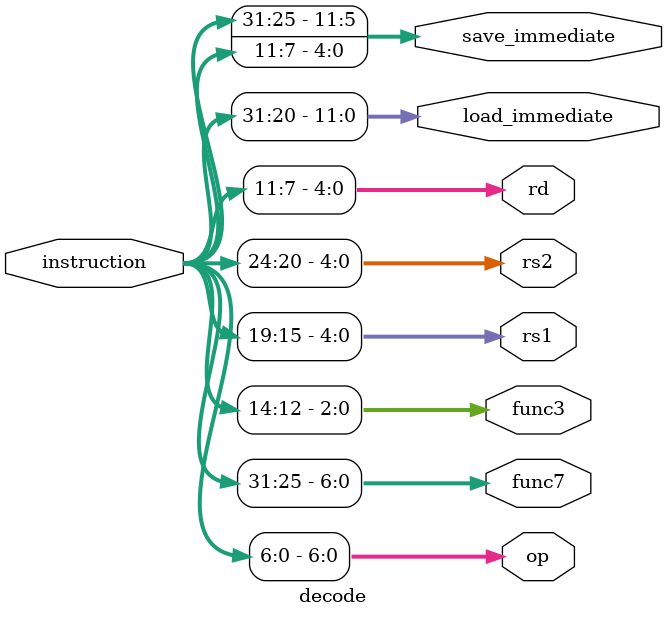
<source format=v>
`timescale 1ns / 1ps


module decode(
    input [31:0] instruction,  // 输入指令
    output [6:0] op,           // 指令 opcode
    output [6:0] func7,        // func7 字段
    output [2:0] func3,        // func3 字段
    output [4:0] rs1,          // rs1 寄存器编号
    output [4:0] rs2,          // rs2 寄存器编号
    output [4:0] rd,           // rd 寄存器编号
    output [11:0] load_immediate,  // 立即数 (load)
    output [11:0] save_immediate   // 立即数 (save)
);
    // 信号分配
    assign op = instruction[6:0];                         // Opcode
    assign func7 = instruction[31:25];                   // func7
    assign func3 = instruction[14:12];                   // func3
    assign rs1 = instruction[19:15];                     // rs1
    assign rs2 = instruction[24:20];                     // rs2
    assign rd = instruction[11:7];                       // rd
    assign load_immediate = instruction[31:20];          // load immediate
    assign save_immediate = {instruction[31:25], instruction[11:7]};  // save immediate
endmodule

</source>
